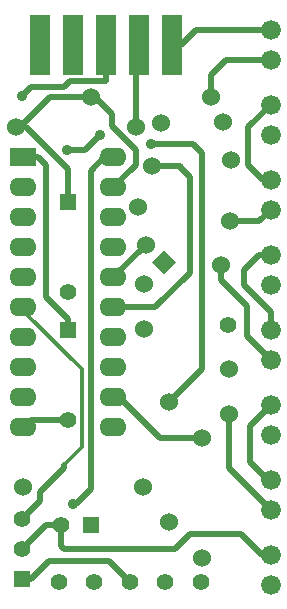
<source format=gtl>
G04 (created by PCBNEW-RS274X (2011-05-25)-stable) date Wed 29 Aug 2012 05:18:07 PM CDT*
G01*
G70*
G90*
%MOIN*%
G04 Gerber Fmt 3.4, Leading zero omitted, Abs format*
%FSLAX34Y34*%
G04 APERTURE LIST*
%ADD10C,0.006000*%
%ADD11R,0.055000X0.055000*%
%ADD12C,0.055000*%
%ADD13C,0.066000*%
%ADD14R,0.056000X0.056000*%
%ADD15C,0.056000*%
%ADD16R,0.070000X0.200000*%
%ADD17R,0.090000X0.062000*%
%ADD18O,0.090000X0.062000*%
%ADD19C,0.060000*%
%ADD20C,0.035000*%
%ADD21C,0.019700*%
%ADD22C,0.013000*%
G04 APERTURE END LIST*
G54D10*
G54D11*
X00700Y-18800D03*
G54D12*
X00700Y-17800D03*
X00700Y-16800D03*
G54D11*
X03000Y-17000D03*
G54D12*
X02000Y-17000D03*
G54D13*
X09000Y-19000D03*
X09000Y-18000D03*
X09000Y-16500D03*
X09000Y-15500D03*
X09000Y-14000D03*
X09000Y-13000D03*
X09000Y-11500D03*
X09000Y-10500D03*
X09000Y-09000D03*
X09000Y-08000D03*
X09000Y-06500D03*
X09000Y-05500D03*
X09000Y-04000D03*
X09000Y-03000D03*
X09000Y-01500D03*
X09000Y-00500D03*
G54D14*
X02250Y-06250D03*
G54D15*
X02250Y-09250D03*
G54D10*
G36*
X05835Y-08239D02*
X05439Y-08635D01*
X05043Y-08239D01*
X05439Y-07843D01*
X05835Y-08239D01*
X05835Y-08239D01*
G37*
G54D15*
X07561Y-10361D03*
G54D14*
X02250Y-10500D03*
G54D15*
X02250Y-13500D03*
G54D16*
X04600Y-01000D03*
X03500Y-01000D03*
X02400Y-01000D03*
X01300Y-01000D03*
X05700Y-01000D03*
G54D17*
X00750Y-04750D03*
G54D18*
X00750Y-05750D03*
X00750Y-06750D03*
X00750Y-07750D03*
X00750Y-08750D03*
X00750Y-09750D03*
X00750Y-10750D03*
X00750Y-11750D03*
X00750Y-12750D03*
X00750Y-13750D03*
X03750Y-13750D03*
X03750Y-12750D03*
X03750Y-11750D03*
X03750Y-10750D03*
X03750Y-09750D03*
X03750Y-08750D03*
X03750Y-07750D03*
X03750Y-06750D03*
X03750Y-05750D03*
X03750Y-04750D03*
G54D19*
X07000Y-02750D03*
X03000Y-02750D03*
X07414Y-03586D03*
X04586Y-06414D03*
X07647Y-06888D03*
X05353Y-03612D03*
X07664Y-04836D03*
X04836Y-07664D03*
X07347Y-08338D03*
X05053Y-05062D03*
X07614Y-11814D03*
X04786Y-08986D03*
X07614Y-13314D03*
X04786Y-10486D03*
X06700Y-18100D03*
X06700Y-14100D03*
X05600Y-16900D03*
X05600Y-12900D03*
X04750Y-15750D03*
X00750Y-15750D03*
X00500Y-03750D03*
X04500Y-03750D03*
G54D12*
X05481Y-18900D03*
X04300Y-18900D03*
X03119Y-18900D03*
X01938Y-18900D03*
X06662Y-18900D03*
G54D20*
X05000Y-04300D03*
X03300Y-04000D03*
X02200Y-04500D03*
X00700Y-02700D03*
X02400Y-16300D03*
G54D21*
X02100Y-15000D02*
X02100Y-15100D01*
G54D22*
X02700Y-14400D02*
X02100Y-15000D01*
X02700Y-11826D02*
X02700Y-14400D01*
X00750Y-09876D02*
X02700Y-11826D01*
X00750Y-09750D02*
X00750Y-09876D01*
G54D21*
X01300Y-16200D02*
X00700Y-16800D01*
X01300Y-15900D02*
X01300Y-16200D01*
X02100Y-15100D02*
X01300Y-15900D01*
X02250Y-10150D02*
X02250Y-10500D01*
X01500Y-09400D02*
X02250Y-10150D01*
X01500Y-05000D02*
X01500Y-09400D01*
X01250Y-04750D02*
X01500Y-05000D01*
X00750Y-04750D02*
X01250Y-04750D01*
X02250Y-06250D02*
X02250Y-05150D01*
X02250Y-05150D02*
X00850Y-03750D01*
X00850Y-03750D02*
X00500Y-03750D01*
X00500Y-03750D02*
X00650Y-03750D01*
X00650Y-03750D02*
X01650Y-02750D01*
X01650Y-02750D02*
X03000Y-02750D01*
X03000Y-02750D02*
X03150Y-02750D01*
X03150Y-02750D02*
X03700Y-03300D01*
X03700Y-03300D02*
X03700Y-03700D01*
X03700Y-03700D02*
X04500Y-04500D01*
X04500Y-04500D02*
X04500Y-05000D01*
X04500Y-05000D02*
X03750Y-05750D01*
X09000Y-18000D02*
X08700Y-18000D01*
X02000Y-17700D02*
X02000Y-17000D01*
X02100Y-17800D02*
X02000Y-17700D01*
X05800Y-17800D02*
X02100Y-17800D01*
X06300Y-17300D02*
X05800Y-17800D01*
X08000Y-17300D02*
X06300Y-17300D01*
X08700Y-18000D02*
X08000Y-17300D01*
X02000Y-17000D02*
X01500Y-17000D01*
X01500Y-17000D02*
X00700Y-17800D01*
X02250Y-13500D02*
X01000Y-13500D01*
X01000Y-13500D02*
X00750Y-13750D01*
X09000Y-15500D02*
X08900Y-15500D01*
X08900Y-15500D02*
X08300Y-14900D01*
X08300Y-14900D02*
X08300Y-13700D01*
X08300Y-13700D02*
X09000Y-13000D01*
X09000Y-10500D02*
X09000Y-09900D01*
X09000Y-09900D02*
X08100Y-09000D01*
X08100Y-09000D02*
X08100Y-08500D01*
X08100Y-08500D02*
X08600Y-08000D01*
X08600Y-08000D02*
X09000Y-08000D01*
X09000Y-05500D02*
X08750Y-05500D01*
X08250Y-03750D02*
X09000Y-03000D01*
X08250Y-05000D02*
X08250Y-03750D01*
X08750Y-05500D02*
X08250Y-05000D01*
X05700Y-01000D02*
X06000Y-01000D01*
X06500Y-00500D02*
X09000Y-00500D01*
X06000Y-01000D02*
X06500Y-00500D01*
X07647Y-06888D02*
X08612Y-06888D01*
X08612Y-06888D02*
X09000Y-06500D01*
X07000Y-02750D02*
X07000Y-02000D01*
X07500Y-01500D02*
X09000Y-01500D01*
X07000Y-02000D02*
X07500Y-01500D01*
X07347Y-08338D02*
X07347Y-08847D01*
X08200Y-10700D02*
X09000Y-11500D01*
X08200Y-09700D02*
X08200Y-10700D01*
X07347Y-08847D02*
X08200Y-09700D01*
X05500Y-04300D02*
X06400Y-04300D01*
X02800Y-04500D02*
X03300Y-04000D01*
X05300Y-04300D02*
X05500Y-04300D01*
X05000Y-04300D02*
X05300Y-04300D01*
X02200Y-04500D02*
X02800Y-04500D01*
X06700Y-11800D02*
X05600Y-12900D01*
X06700Y-04600D02*
X06700Y-11800D01*
X06400Y-04300D02*
X06700Y-04600D01*
X06700Y-14100D02*
X05300Y-14100D01*
X03950Y-12750D02*
X03750Y-12750D01*
X05300Y-14100D02*
X03950Y-12750D01*
X07614Y-13314D02*
X07614Y-15114D01*
X07614Y-15114D02*
X09000Y-16500D01*
X05053Y-05062D02*
X05962Y-05062D01*
X05962Y-05062D02*
X06000Y-05100D01*
X03750Y-09750D02*
X05150Y-09750D01*
X06300Y-05400D02*
X06000Y-05100D01*
X06000Y-05100D02*
X05962Y-05062D01*
X06300Y-08600D02*
X06300Y-05400D01*
X05150Y-09750D02*
X06300Y-08600D01*
X04836Y-07664D02*
X03750Y-08750D01*
X03500Y-02200D02*
X02300Y-02200D01*
X02300Y-02200D02*
X02100Y-02400D01*
X02100Y-02400D02*
X01000Y-02400D01*
X01000Y-02400D02*
X00700Y-02700D01*
X03500Y-01000D02*
X03500Y-02200D01*
X04500Y-03750D02*
X04500Y-01100D01*
X04500Y-01100D02*
X04600Y-01000D01*
X03000Y-15700D02*
X03000Y-15800D01*
X03000Y-15800D02*
X02500Y-16300D01*
X02500Y-16300D02*
X02400Y-16300D01*
X03750Y-04750D02*
X03450Y-04750D01*
X03000Y-05200D02*
X03000Y-15700D01*
X03450Y-04750D02*
X03000Y-05200D01*
X00700Y-18800D02*
X01000Y-18800D01*
X03600Y-18200D02*
X04300Y-18900D01*
X01600Y-18200D02*
X03600Y-18200D01*
X01000Y-18800D02*
X01600Y-18200D01*
M02*

</source>
